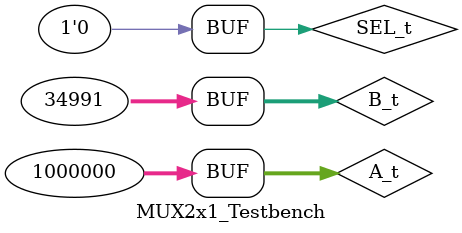
<source format=v>
`timescale 1ns / 1ps


module MUX2x1_Testbench();
    reg [31:0] A_t, B_t;
    wire [31:0] S_t;
    reg SEL_t;

    MUX2x1 #(32) MUX2x1_0(A_t, B_t, SEL_t, S_t);
   
    // Test vectors (A good testbench would have many more)
    initial begin
       A_t <= 5; 
       B_t <= 10;
       SEL_t <= 0;
       #1;

       A_t <= 50; 
       B_t <= 7;
       SEL_t <= 1;
       #1;

       A_t <= 0; 
       B_t <= 0;
       SEL_t <= 0;
       #1;

       A_t <= 1000000; 
       B_t <= 34991;
       SEL_t <= 1;
       #1;
       
       SEL_t <= 0;
       #1;
    end

endmodule

</source>
